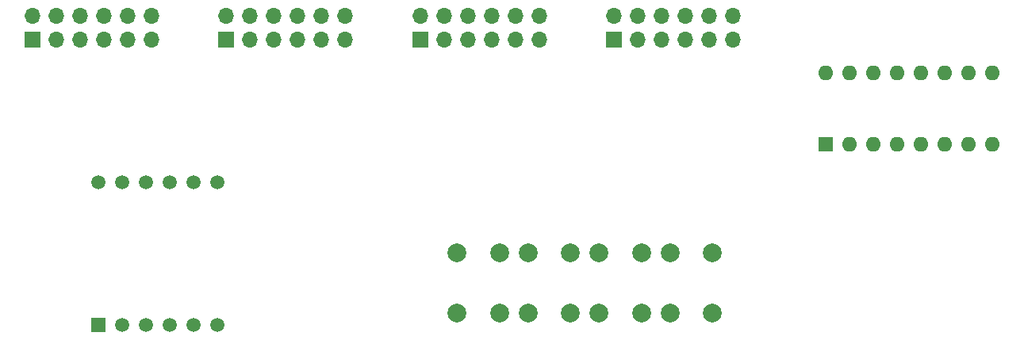
<source format=gbs>
G04 #@! TF.GenerationSoftware,KiCad,Pcbnew,7.0.5*
G04 #@! TF.CreationDate,2023-07-12T21:58:56-04:00*
G04 #@! TF.ProjectId,modulo del FPGA THT,6d6f6475-6c6f-4206-9465-6c2046504741,rev?*
G04 #@! TF.SameCoordinates,Original*
G04 #@! TF.FileFunction,Soldermask,Bot*
G04 #@! TF.FilePolarity,Negative*
%FSLAX46Y46*%
G04 Gerber Fmt 4.6, Leading zero omitted, Abs format (unit mm)*
G04 Created by KiCad (PCBNEW 7.0.5) date 2023-07-12 21:58:56*
%MOMM*%
%LPD*%
G01*
G04 APERTURE LIST*
%ADD10C,2.000000*%
%ADD11R,1.700000X1.700000*%
%ADD12O,1.700000X1.700000*%
%ADD13R,1.600000X1.600000*%
%ADD14O,1.600000X1.600000*%
%ADD15R,1.500000X1.500000*%
%ADD16C,1.500000*%
G04 APERTURE END LIST*
D10*
X103005000Y-83010000D03*
X103005000Y-76510000D03*
X107505000Y-83010000D03*
X107505000Y-76510000D03*
D11*
X119725000Y-53760000D03*
D12*
X119725000Y-51220000D03*
X122265000Y-53760000D03*
X122265000Y-51220000D03*
X124805000Y-53760000D03*
X124805000Y-51220000D03*
X127345000Y-53760000D03*
X127345000Y-51220000D03*
X129885000Y-53760000D03*
X129885000Y-51220000D03*
X132425000Y-53760000D03*
X132425000Y-51220000D03*
D13*
X142305000Y-64980000D03*
D14*
X144845000Y-64980000D03*
X147385000Y-64980000D03*
X149925000Y-64980000D03*
X152465000Y-64980000D03*
X155005000Y-64980000D03*
X157545000Y-64980000D03*
X160085000Y-64980000D03*
X160085000Y-57360000D03*
X157545000Y-57360000D03*
X155005000Y-57360000D03*
X152465000Y-57360000D03*
X149925000Y-57360000D03*
X147385000Y-57360000D03*
X144845000Y-57360000D03*
X142305000Y-57360000D03*
D11*
X57655000Y-53760000D03*
D12*
X57655000Y-51220000D03*
X60195000Y-53760000D03*
X60195000Y-51220000D03*
X62735000Y-53760000D03*
X62735000Y-51220000D03*
X65275000Y-53760000D03*
X65275000Y-51220000D03*
X67815000Y-53760000D03*
X67815000Y-51220000D03*
X70355000Y-53760000D03*
X70355000Y-51220000D03*
D15*
X64715000Y-84240000D03*
D16*
X67255000Y-84240000D03*
X69795000Y-84240000D03*
X72335000Y-84240000D03*
X74875000Y-84240000D03*
X77415000Y-84240000D03*
X77415000Y-69000000D03*
X74875000Y-69000000D03*
X72335000Y-69000000D03*
X69795000Y-69000000D03*
X67255000Y-69000000D03*
X64715000Y-69000000D03*
D10*
X118158332Y-83010000D03*
X118158332Y-76510000D03*
X122658332Y-83010000D03*
X122658332Y-76510000D03*
D11*
X78345000Y-53760000D03*
D12*
X78345000Y-51220000D03*
X80885000Y-53760000D03*
X80885000Y-51220000D03*
X83425000Y-53760000D03*
X83425000Y-51220000D03*
X85965000Y-53760000D03*
X85965000Y-51220000D03*
X88505000Y-53760000D03*
X88505000Y-51220000D03*
X91045000Y-53760000D03*
X91045000Y-51220000D03*
D10*
X125735000Y-83010000D03*
X125735000Y-76510000D03*
X130235000Y-83010000D03*
X130235000Y-76510000D03*
X110581666Y-83010000D03*
X110581666Y-76510000D03*
X115081666Y-83010000D03*
X115081666Y-76510000D03*
D11*
X99035000Y-53760000D03*
D12*
X99035000Y-51220000D03*
X101575000Y-53760000D03*
X101575000Y-51220000D03*
X104115000Y-53760000D03*
X104115000Y-51220000D03*
X106655000Y-53760000D03*
X106655000Y-51220000D03*
X109195000Y-53760000D03*
X109195000Y-51220000D03*
X111735000Y-53760000D03*
X111735000Y-51220000D03*
M02*

</source>
